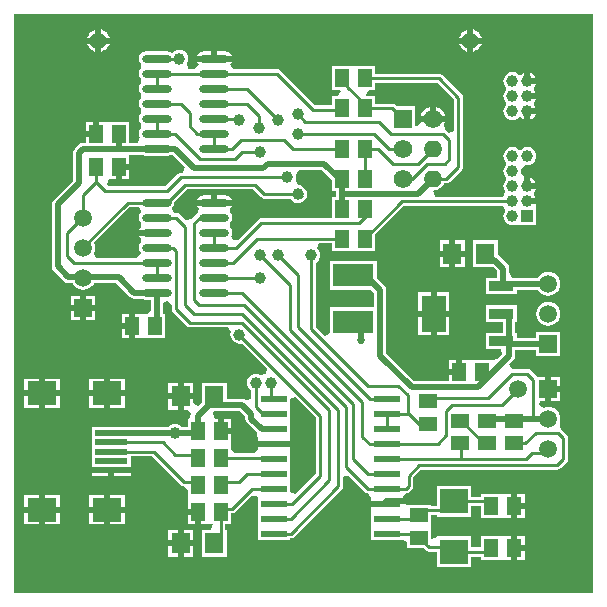
<source format=gtl>
G04 Layer_Physical_Order=1*
G04 Layer_Color=255*
%FSLAX23Y23*%
%MOIN*%
G70*
G01*
G75*
%ADD10R,0.059X0.051*%
%ADD11R,0.063X0.071*%
%ADD12R,0.051X0.059*%
%ADD13R,0.087X0.024*%
%ADD14R,0.087X0.024*%
%ADD15R,0.098X0.079*%
%ADD16R,0.110X0.020*%
%ADD17O,0.098X0.028*%
%ADD18R,0.134X0.075*%
%ADD19R,0.083X0.122*%
%ADD20R,0.083X0.033*%
%ADD21R,0.094X0.083*%
%ADD22C,0.010*%
%ADD23C,0.020*%
%ADD24C,0.035*%
%ADD25R,0.104X0.276*%
%ADD26C,0.031*%
%ADD27C,0.055*%
%ADD28R,0.059X0.059*%
%ADD29C,0.059*%
%ADD30C,0.062*%
%ADD31R,0.062X0.062*%
%ADD32O,0.062X0.055*%
%ADD33C,0.039*%
%ADD34R,0.039X0.039*%
%ADD35R,0.059X0.059*%
%ADD36C,0.027*%
G36*
X1948Y20D02*
X20D01*
Y1948D01*
X1948D01*
Y20D01*
D02*
G37*
%LPC*%
G36*
X240Y602D02*
Y587D01*
X256D01*
X254Y591D01*
X250Y596D01*
X244Y601D01*
X240Y602D01*
D02*
G37*
G36*
X220D02*
X216Y601D01*
X210Y596D01*
X206Y591D01*
X204Y587D01*
X220D01*
Y602D01*
D02*
G37*
G36*
X565Y665D02*
X533D01*
Y630D01*
X565D01*
Y665D01*
D02*
G37*
G36*
X171Y674D02*
X122D01*
Y635D01*
X171D01*
Y674D01*
D02*
G37*
G36*
X102D02*
X53D01*
Y635D01*
X102D01*
Y674D01*
D02*
G37*
G36*
X220Y429D02*
X216Y428D01*
X210Y423D01*
X206Y417D01*
X204Y413D01*
X220D01*
Y429D01*
D02*
G37*
G36*
X407Y417D02*
X352D01*
Y407D01*
X407D01*
Y417D01*
D02*
G37*
G36*
X240Y429D02*
Y413D01*
X256D01*
X254Y417D01*
X250Y423D01*
X244Y428D01*
X240Y429D01*
D02*
G37*
G36*
X256Y567D02*
X240D01*
Y551D01*
X244Y552D01*
X250Y557D01*
X254Y563D01*
X256Y567D01*
D02*
G37*
G36*
X220D02*
X204D01*
X206Y563D01*
X210Y557D01*
X216Y552D01*
X220Y551D01*
Y567D01*
D02*
G37*
G36*
X171Y733D02*
X122D01*
Y694D01*
X171D01*
Y733D01*
D02*
G37*
G36*
X102D02*
X53D01*
Y694D01*
X102D01*
Y733D01*
D02*
G37*
G36*
X318D02*
X269D01*
Y694D01*
X318D01*
Y733D01*
D02*
G37*
G36*
X1840Y740D02*
X1810D01*
Y710D01*
X1840D01*
Y740D01*
D02*
G37*
G36*
X388Y733D02*
X338D01*
Y694D01*
X388D01*
Y733D01*
D02*
G37*
G36*
Y674D02*
X338D01*
Y635D01*
X388D01*
Y674D01*
D02*
G37*
G36*
X318D02*
X269D01*
Y635D01*
X318D01*
Y674D01*
D02*
G37*
G36*
X1840Y690D02*
X1810D01*
Y660D01*
X1840D01*
Y690D01*
D02*
G37*
G36*
X616Y720D02*
X585D01*
Y685D01*
X616D01*
Y720D01*
D02*
G37*
G36*
X565D02*
X533D01*
Y685D01*
X565D01*
Y720D01*
D02*
G37*
G36*
X102Y286D02*
X53D01*
Y247D01*
X102D01*
Y286D01*
D02*
G37*
G36*
X616Y230D02*
X585D01*
Y195D01*
X616D01*
Y230D01*
D02*
G37*
G36*
X171Y286D02*
X122D01*
Y247D01*
X171D01*
Y286D01*
D02*
G37*
G36*
X388D02*
X338D01*
Y247D01*
X388D01*
Y286D01*
D02*
G37*
G36*
X318D02*
X269D01*
Y247D01*
X318D01*
Y286D01*
D02*
G37*
G36*
X565Y175D02*
X533D01*
Y140D01*
X565D01*
Y175D01*
D02*
G37*
G36*
X1721Y160D02*
X1695D01*
Y130D01*
X1721D01*
Y160D01*
D02*
G37*
G36*
X616Y175D02*
X585D01*
Y140D01*
X616D01*
Y175D01*
D02*
G37*
G36*
X565Y230D02*
X533D01*
Y195D01*
X565D01*
Y230D01*
D02*
G37*
G36*
X1695Y210D02*
Y180D01*
X1721D01*
Y210D01*
X1695D01*
D02*
G37*
G36*
Y350D02*
Y320D01*
X1721D01*
Y350D01*
X1695D01*
D02*
G37*
G36*
X388Y345D02*
X338D01*
Y306D01*
X388D01*
Y345D01*
D02*
G37*
G36*
X220Y393D02*
X204D01*
X206Y389D01*
X210Y384D01*
X216Y379D01*
X220Y378D01*
Y393D01*
D02*
G37*
G36*
X332Y417D02*
X277D01*
Y407D01*
X332D01*
Y417D01*
D02*
G37*
G36*
X256Y393D02*
X240D01*
Y378D01*
X244Y379D01*
X250Y384D01*
X254Y389D01*
X256Y393D01*
D02*
G37*
G36*
X1721Y300D02*
X1695D01*
Y270D01*
X1721D01*
Y300D01*
D02*
G37*
G36*
X623Y280D02*
X597D01*
Y250D01*
X623D01*
Y280D01*
D02*
G37*
G36*
X102Y345D02*
X53D01*
Y306D01*
X102D01*
Y345D01*
D02*
G37*
G36*
X318D02*
X269D01*
Y306D01*
X318D01*
Y345D01*
D02*
G37*
G36*
X171D02*
X122D01*
Y306D01*
X171D01*
Y345D01*
D02*
G37*
G36*
X1493Y795D02*
X1467D01*
Y765D01*
X1493D01*
Y795D01*
D02*
G37*
G36*
X310Y1897D02*
Y1870D01*
X337D01*
X333Y1879D01*
X327Y1887D01*
X319Y1893D01*
X310Y1897D01*
D02*
G37*
G36*
X1530D02*
X1521Y1893D01*
X1513Y1887D01*
X1507Y1879D01*
X1503Y1870D01*
X1530D01*
Y1897D01*
D02*
G37*
G36*
X290D02*
X281Y1893D01*
X273Y1887D01*
X267Y1879D01*
X263Y1870D01*
X290D01*
Y1897D01*
D02*
G37*
G36*
X1740Y1403D02*
Y1385D01*
X1758D01*
X1756Y1390D01*
X1751Y1396D01*
X1745Y1401D01*
X1740Y1403D01*
D02*
G37*
G36*
X1521Y1195D02*
X1490D01*
Y1160D01*
X1521D01*
Y1195D01*
D02*
G37*
G36*
X1470D02*
X1438D01*
Y1160D01*
X1470D01*
Y1195D01*
D02*
G37*
G36*
X570Y1830D02*
X562Y1829D01*
X555Y1826D01*
X549Y1821D01*
X546Y1817D01*
X538Y1822D01*
X529Y1824D01*
X458D01*
X449Y1822D01*
X441Y1817D01*
X436Y1809D01*
X434Y1800D01*
X436Y1791D01*
X441Y1783D01*
Y1767D01*
X436Y1759D01*
X434Y1750D01*
X436Y1741D01*
X441Y1733D01*
Y1717D01*
X436Y1709D01*
X434Y1700D01*
X436Y1691D01*
X441Y1683D01*
Y1667D01*
X436Y1659D01*
X434Y1650D01*
X436Y1641D01*
X441Y1633D01*
Y1617D01*
X436Y1609D01*
X434Y1600D01*
X436Y1591D01*
X441Y1583D01*
Y1567D01*
X436Y1559D01*
X434Y1550D01*
X436Y1541D01*
X437Y1538D01*
X431Y1521D01*
X430Y1520D01*
X403D01*
Y1590D01*
X332D01*
Y1590D01*
X328D01*
Y1590D01*
X303D01*
Y1550D01*
X293D01*
Y1540D01*
X257D01*
Y1520D01*
X250D01*
X242Y1519D01*
X236Y1514D01*
X221Y1499D01*
X216Y1493D01*
X215Y1485D01*
Y1393D01*
X151Y1329D01*
X146Y1323D01*
X145Y1315D01*
Y1107D01*
X146Y1100D01*
X151Y1093D01*
X186Y1058D01*
X192Y1053D01*
X200Y1052D01*
X215D01*
X215Y1050D01*
X222Y1042D01*
X230Y1035D01*
X240Y1031D01*
X250Y1030D01*
X260Y1031D01*
X270Y1035D01*
X278Y1042D01*
X285Y1050D01*
X285Y1052D01*
X359D01*
X406Y1006D01*
X412Y1001D01*
X420Y1000D01*
X446D01*
X449Y998D01*
X458Y996D01*
X475D01*
Y962D01*
X463Y950D01*
X452D01*
X434Y950D01*
X423D01*
Y910D01*
Y870D01*
X434D01*
X448Y870D01*
X466Y870D01*
X523D01*
Y950D01*
X516D01*
Y985D01*
X530Y991D01*
X545Y980D01*
Y965D01*
X546Y959D01*
X549Y954D01*
X594Y909D01*
X599Y906D01*
X605Y905D01*
X730D01*
X731Y904D01*
X741Y888D01*
X741Y887D01*
X740Y880D01*
X741Y872D01*
X744Y865D01*
X749Y859D01*
X755Y854D01*
X762Y851D01*
X770Y850D01*
X777Y851D01*
X863Y765D01*
X860Y749D01*
X855Y747D01*
X842Y744D01*
X840Y746D01*
X833Y749D01*
X825Y750D01*
X817Y749D01*
X810Y746D01*
X804Y741D01*
X799Y735D01*
X796Y728D01*
X795Y720D01*
X796Y712D01*
X799Y705D01*
X804Y699D01*
X810Y694D01*
Y666D01*
X792Y661D01*
X788Y664D01*
X780Y665D01*
X727D01*
Y720D01*
X644D01*
Y652D01*
X633Y643D01*
X616Y651D01*
Y665D01*
X585D01*
Y630D01*
X599D01*
X609Y615D01*
X602Y600D01*
X597D01*
Y573D01*
X577D01*
X576Y574D01*
X570Y579D01*
X563Y582D01*
X555Y583D01*
X547Y582D01*
X540Y579D01*
X534Y574D01*
X533Y573D01*
X342D01*
X339Y573D01*
X277D01*
Y533D01*
Y502D01*
Y470D01*
Y439D01*
Y437D01*
X407D01*
Y439D01*
Y475D01*
X479D01*
X574Y379D01*
X579Y376D01*
X585Y375D01*
X597Y363D01*
Y347D01*
X597Y330D01*
X597Y323D01*
Y300D01*
X633D01*
Y290D01*
X643D01*
Y250D01*
X654D01*
X668Y250D01*
X680D01*
X682Y248D01*
X675Y230D01*
X644D01*
Y140D01*
X727D01*
Y230D01*
X723D01*
Y250D01*
X743D01*
Y285D01*
X745D01*
X751Y286D01*
X756Y289D01*
X809Y342D01*
X829Y341D01*
X831Y338D01*
X831Y327D01*
Y295D01*
X831D01*
Y288D01*
X831D01*
Y245D01*
X831D01*
Y238D01*
X831D01*
Y195D01*
X938D01*
Y201D01*
X941D01*
X947Y202D01*
X952Y206D01*
X1111Y364D01*
X1114Y369D01*
X1115Y375D01*
Y405D01*
X1132Y412D01*
X1188Y356D01*
X1193Y352D01*
X1198Y351D01*
X1203Y345D01*
X1209Y337D01*
X1209Y327D01*
Y326D01*
X1262D01*
Y306D01*
X1209D01*
Y295D01*
X1209Y277D01*
X1209Y245D01*
X1209Y227D01*
Y195D01*
X1316D01*
X1330Y188D01*
Y167D01*
X1384D01*
X1391Y160D01*
X1396Y157D01*
X1402Y156D01*
X1428D01*
Y104D01*
X1542D01*
Y140D01*
X1575D01*
Y130D01*
X1632D01*
X1646Y130D01*
X1664Y130D01*
X1675D01*
Y170D01*
Y210D01*
X1664D01*
X1649Y210D01*
X1632Y210D01*
X1575D01*
Y171D01*
X1542D01*
Y207D01*
X1428D01*
Y206D01*
X1410Y198D01*
X1410Y199D01*
X1410Y238D01*
X1410Y256D01*
Y279D01*
X1428D01*
Y273D01*
X1542D01*
Y309D01*
X1575D01*
Y270D01*
X1632D01*
X1646Y270D01*
X1664Y270D01*
X1675D01*
Y310D01*
Y350D01*
X1664D01*
X1649Y350D01*
X1632Y350D01*
X1575D01*
Y340D01*
X1542D01*
Y376D01*
X1428D01*
Y309D01*
X1410D01*
Y313D01*
X1333D01*
X1330Y313D01*
X1316Y320D01*
X1316Y338D01*
X1320Y344D01*
X1327Y351D01*
X1332Y352D01*
X1337Y356D01*
X1346Y364D01*
X1349Y369D01*
X1350Y375D01*
Y404D01*
X1376Y430D01*
X1830D01*
X1836Y431D01*
X1841Y434D01*
X1861Y454D01*
X1864Y459D01*
X1865Y465D01*
Y535D01*
X1864Y541D01*
X1861Y546D01*
X1843Y563D01*
X1838Y574D01*
X1837Y585D01*
X1839Y590D01*
X1840Y600D01*
X1839Y610D01*
X1835Y620D01*
X1828Y628D01*
X1820Y635D01*
X1810Y639D01*
X1800Y640D01*
X1790Y639D01*
X1785Y636D01*
X1770Y646D01*
X1773Y660D01*
X1790D01*
Y700D01*
Y740D01*
X1762D01*
X1761Y741D01*
X1741Y761D01*
X1736Y764D01*
X1730Y765D01*
X1680D01*
X1679Y765D01*
X1670Y781D01*
X1684Y796D01*
X1689Y802D01*
X1690Y810D01*
Y830D01*
X1760D01*
Y810D01*
X1840D01*
Y890D01*
X1760D01*
Y870D01*
X1694D01*
Y886D01*
X1690D01*
Y923D01*
X1694D01*
Y977D01*
X1591D01*
Y923D01*
X1650D01*
Y886D01*
X1591D01*
Y833D01*
X1641D01*
X1646Y815D01*
X1629Y798D01*
X1613Y795D01*
Y795D01*
X1613Y795D01*
X1542D01*
Y795D01*
X1538D01*
Y795D01*
X1513D01*
Y755D01*
X1503D01*
Y745D01*
X1467D01*
Y725D01*
X1352D01*
X1260Y817D01*
Y1027D01*
X1259Y1035D01*
X1254Y1041D01*
X1227Y1069D01*
Y1124D01*
X1073D01*
Y1029D01*
X1209D01*
X1220Y1018D01*
Y971D01*
X1073D01*
Y891D01*
X1073Y884D01*
X1055Y876D01*
X1025Y906D01*
Y1119D01*
X1031Y1124D01*
X1036Y1130D01*
X1039Y1137D01*
X1040Y1145D01*
X1039Y1153D01*
X1036Y1160D01*
X1031Y1166D01*
X1030Y1167D01*
X1036Y1185D01*
X1077D01*
Y1160D01*
X1148D01*
Y1160D01*
X1152D01*
Y1160D01*
X1223D01*
Y1214D01*
X1319Y1310D01*
X1648D01*
X1651Y1305D01*
X1656Y1293D01*
X1654Y1290D01*
X1651Y1283D01*
X1650Y1275D01*
X1651Y1267D01*
X1654Y1260D01*
X1659Y1254D01*
X1665Y1249D01*
X1672Y1246D01*
X1680Y1245D01*
X1683Y1245D01*
X1700Y1245D01*
X1700Y1245D01*
X1700Y1245D01*
X1760D01*
Y1305D01*
X1760Y1305D01*
X1760Y1322D01*
X1760Y1325D01*
X1759Y1333D01*
X1756Y1340D01*
X1751Y1346D01*
Y1354D01*
X1756Y1360D01*
X1758Y1365D01*
X1730D01*
Y1375D01*
X1720D01*
Y1406D01*
X1709Y1417D01*
X1710Y1425D01*
X1709Y1433D01*
X1722Y1446D01*
X1730Y1445D01*
X1738Y1446D01*
X1745Y1449D01*
X1751Y1454D01*
X1756Y1460D01*
X1759Y1467D01*
X1760Y1475D01*
X1759Y1483D01*
X1756Y1490D01*
X1751Y1496D01*
X1745Y1501D01*
X1738Y1504D01*
X1730Y1505D01*
X1722Y1504D01*
X1715Y1501D01*
X1709Y1496D01*
X1701D01*
X1695Y1501D01*
X1688Y1504D01*
X1680Y1505D01*
X1672Y1504D01*
X1665Y1501D01*
X1659Y1496D01*
X1654Y1490D01*
X1651Y1483D01*
X1650Y1475D01*
X1651Y1467D01*
X1654Y1460D01*
X1659Y1454D01*
Y1446D01*
X1654Y1440D01*
X1651Y1433D01*
X1650Y1425D01*
X1651Y1417D01*
X1654Y1410D01*
X1659Y1404D01*
Y1396D01*
X1654Y1390D01*
X1651Y1383D01*
X1650Y1375D01*
X1651Y1367D01*
X1654Y1360D01*
X1656Y1357D01*
X1651Y1345D01*
X1648Y1340D01*
X1422D01*
X1421Y1341D01*
X1414Y1358D01*
X1417Y1362D01*
X1418D01*
X1428Y1363D01*
X1437Y1367D01*
X1445Y1373D01*
X1451Y1381D01*
X1453Y1385D01*
X1460D01*
X1466Y1386D01*
X1471Y1389D01*
X1511Y1429D01*
X1514Y1434D01*
X1515Y1440D01*
Y1670D01*
X1514Y1676D01*
X1511Y1681D01*
X1446Y1746D01*
X1441Y1749D01*
X1435Y1750D01*
X1223D01*
Y1775D01*
X1152D01*
X1152Y1775D01*
X1148D01*
Y1775D01*
X1134Y1775D01*
X1077D01*
Y1695D01*
X1105D01*
X1107Y1692D01*
X1098Y1675D01*
X1077D01*
Y1645D01*
X1021D01*
X906Y1761D01*
X901Y1764D01*
X895Y1765D01*
X750D01*
X739Y1781D01*
Y1783D01*
X744Y1790D01*
X629D01*
X634Y1783D01*
Y1781D01*
X623Y1765D01*
X602D01*
X599Y1769D01*
X594Y1783D01*
X596Y1785D01*
X599Y1792D01*
X600Y1800D01*
X599Y1808D01*
X596Y1815D01*
X591Y1821D01*
X585Y1826D01*
X578Y1829D01*
X570Y1830D01*
D02*
G37*
G36*
X290Y1850D02*
X263D01*
X267Y1841D01*
X273Y1833D01*
X281Y1827D01*
X290Y1823D01*
Y1850D01*
D02*
G37*
G36*
X1577D02*
X1550D01*
Y1823D01*
X1559Y1827D01*
X1567Y1833D01*
X1573Y1841D01*
X1577Y1850D01*
D02*
G37*
G36*
X1758Y1615D02*
X1740D01*
Y1597D01*
X1745Y1599D01*
X1751Y1604D01*
X1756Y1610D01*
X1758Y1615D01*
D02*
G37*
G36*
X1740Y1753D02*
Y1735D01*
X1758D01*
X1756Y1740D01*
X1751Y1746D01*
X1745Y1751D01*
X1740Y1753D01*
D02*
G37*
G36*
X1530Y1850D02*
X1503D01*
X1507Y1841D01*
X1513Y1833D01*
X1521Y1827D01*
X1530Y1823D01*
Y1850D01*
D02*
G37*
G36*
X676Y1824D02*
X651D01*
X642Y1822D01*
X634Y1817D01*
X629Y1810D01*
X676D01*
Y1824D01*
D02*
G37*
G36*
X722D02*
X696D01*
Y1810D01*
X744D01*
X739Y1817D01*
X731Y1822D01*
X722Y1824D01*
D02*
G37*
G36*
X1680Y1755D02*
X1672Y1754D01*
X1665Y1751D01*
X1659Y1746D01*
X1654Y1740D01*
X1651Y1733D01*
X1650Y1725D01*
X1651Y1717D01*
X1654Y1710D01*
X1659Y1704D01*
Y1696D01*
X1654Y1690D01*
X1651Y1683D01*
X1650Y1675D01*
X1651Y1667D01*
X1654Y1660D01*
X1659Y1654D01*
Y1646D01*
X1654Y1640D01*
X1651Y1633D01*
X1650Y1625D01*
X1651Y1617D01*
X1654Y1610D01*
X1659Y1604D01*
X1665Y1599D01*
X1672Y1596D01*
X1680Y1595D01*
X1688Y1596D01*
X1695Y1599D01*
X1701Y1604D01*
X1709D01*
X1715Y1599D01*
X1720Y1597D01*
Y1625D01*
X1730D01*
Y1635D01*
X1758D01*
X1756Y1640D01*
X1751Y1646D01*
Y1654D01*
X1756Y1660D01*
X1758Y1665D01*
X1730D01*
Y1685D01*
X1758D01*
X1756Y1690D01*
X1751Y1696D01*
Y1704D01*
X1756Y1710D01*
X1758Y1715D01*
X1730D01*
Y1725D01*
X1720D01*
Y1753D01*
X1715Y1751D01*
X1709Y1746D01*
X1701D01*
X1695Y1751D01*
X1688Y1754D01*
X1680Y1755D01*
D02*
G37*
G36*
X283Y1590D02*
X257D01*
Y1560D01*
X283D01*
Y1590D01*
D02*
G37*
G36*
X240Y960D02*
X210D01*
Y930D01*
X240D01*
Y960D01*
D02*
G37*
G36*
X403Y950D02*
X377D01*
Y920D01*
X403D01*
Y950D01*
D02*
G37*
G36*
X1408Y1021D02*
X1366D01*
Y960D01*
X1408D01*
Y1021D01*
D02*
G37*
G36*
X290Y960D02*
X260D01*
Y930D01*
X290D01*
Y960D01*
D02*
G37*
G36*
X1408Y940D02*
X1366D01*
Y879D01*
X1408D01*
Y940D01*
D02*
G37*
G36*
X403Y900D02*
X377D01*
Y870D01*
X403D01*
Y900D01*
D02*
G37*
G36*
X1800Y990D02*
X1790Y989D01*
X1780Y985D01*
X1772Y978D01*
X1765Y970D01*
X1761Y960D01*
X1760Y950D01*
X1761Y940D01*
X1765Y930D01*
X1772Y922D01*
X1780Y915D01*
X1790Y911D01*
X1800Y910D01*
X1810Y911D01*
X1820Y915D01*
X1828Y922D01*
X1835Y930D01*
X1839Y940D01*
X1840Y950D01*
X1839Y960D01*
X1835Y970D01*
X1828Y978D01*
X1820Y985D01*
X1810Y989D01*
X1800Y990D01*
D02*
G37*
G36*
X1469Y940D02*
X1428D01*
Y879D01*
X1469D01*
Y940D01*
D02*
G37*
G36*
X1521Y1140D02*
X1490D01*
Y1105D01*
X1521D01*
Y1140D01*
D02*
G37*
G36*
X1470D02*
X1438D01*
Y1105D01*
X1470D01*
Y1140D01*
D02*
G37*
G36*
X1550Y1897D02*
Y1870D01*
X1577D01*
X1573Y1879D01*
X1567Y1887D01*
X1559Y1893D01*
X1550Y1897D01*
D02*
G37*
G36*
X337Y1850D02*
X310D01*
Y1823D01*
X319Y1827D01*
X327Y1833D01*
X333Y1841D01*
X337Y1850D01*
D02*
G37*
G36*
X240Y1010D02*
X210D01*
Y980D01*
X240D01*
Y1010D01*
D02*
G37*
G36*
X1469Y1021D02*
X1428D01*
Y960D01*
X1469D01*
Y1021D01*
D02*
G37*
G36*
X1632Y1195D02*
X1549D01*
Y1105D01*
X1617D01*
X1630Y1092D01*
Y1067D01*
X1591D01*
Y1014D01*
X1694D01*
Y1030D01*
X1766D01*
X1772Y1022D01*
X1780Y1015D01*
X1790Y1011D01*
X1800Y1010D01*
X1810Y1011D01*
X1820Y1015D01*
X1828Y1022D01*
X1835Y1030D01*
X1839Y1040D01*
X1840Y1050D01*
X1839Y1060D01*
X1835Y1070D01*
X1828Y1078D01*
X1820Y1085D01*
X1810Y1089D01*
X1800Y1090D01*
X1790Y1089D01*
X1780Y1085D01*
X1772Y1078D01*
X1766Y1070D01*
X1679D01*
X1679Y1070D01*
X1670Y1087D01*
Y1100D01*
X1669Y1108D01*
X1664Y1114D01*
X1634Y1144D01*
X1632Y1146D01*
Y1195D01*
D02*
G37*
G36*
X290Y1010D02*
X260D01*
Y980D01*
X290D01*
Y1010D01*
D02*
G37*
%LPD*%
G36*
X1025Y604D02*
Y416D01*
X955Y347D01*
X938Y355D01*
X938Y388D01*
X938Y406D01*
X938Y438D01*
X938Y456D01*
X938Y488D01*
X938Y506D01*
Y506D01*
X831D01*
Y495D01*
X817Y485D01*
X756D01*
X743Y498D01*
X743Y520D01*
X743Y527D01*
Y550D01*
X707D01*
Y560D01*
X697D01*
Y600D01*
X690Y600D01*
X681Y617D01*
X686Y625D01*
X772D01*
X790Y607D01*
Y600D01*
X791Y592D01*
X796Y586D01*
X827Y554D01*
X830Y541D01*
X831Y535D01*
X831Y527D01*
Y526D01*
X938D01*
Y538D01*
X938Y556D01*
Y577D01*
X938Y588D01*
X938D01*
Y595D01*
X938Y595D01*
Y627D01*
X938Y638D01*
X938D01*
X938Y645D01*
X938Y645D01*
Y666D01*
X955Y673D01*
X1025Y604D01*
D02*
G37*
G36*
X441Y1291D02*
Y1287D01*
X436Y1279D01*
X434Y1270D01*
X436Y1261D01*
X441Y1253D01*
Y1237D01*
X436Y1230D01*
X494D01*
Y1210D01*
X436D01*
X441Y1203D01*
Y1187D01*
X436Y1179D01*
X434Y1170D01*
X436Y1161D01*
X441Y1153D01*
Y1151D01*
X430Y1135D01*
X296D01*
X290Y1143D01*
X286Y1153D01*
X289Y1160D01*
X290Y1170D01*
X289Y1180D01*
X286Y1187D01*
X404Y1305D01*
X435D01*
X441Y1291D01*
D02*
G37*
G36*
X1077Y1396D02*
Y1360D01*
X1092D01*
Y1340D01*
X1077D01*
Y1268D01*
X842D01*
X837Y1267D01*
X832Y1263D01*
X764Y1196D01*
X750Y1196D01*
X743Y1209D01*
X744Y1211D01*
X746Y1220D01*
X744Y1229D01*
X739Y1237D01*
Y1253D01*
X744Y1261D01*
X746Y1270D01*
X744Y1279D01*
X739Y1287D01*
Y1303D01*
X744Y1310D01*
X629D01*
X634Y1303D01*
X632Y1287D01*
X631Y1284D01*
X626Y1281D01*
X609Y1264D01*
X592Y1262D01*
X589Y1263D01*
X571Y1281D01*
X566Y1284D01*
X560Y1285D01*
X552D01*
X546Y1299D01*
Y1303D01*
X551Y1311D01*
X553Y1320D01*
X553Y1321D01*
X596Y1365D01*
X815D01*
X842Y1337D01*
X847Y1334D01*
X853Y1333D01*
X939D01*
X944Y1327D01*
X950Y1322D01*
X957Y1319D01*
X965Y1318D01*
X973Y1319D01*
X980Y1322D01*
X986Y1327D01*
X991Y1333D01*
X994Y1340D01*
X995Y1348D01*
X994Y1356D01*
X991Y1363D01*
X986Y1369D01*
X980Y1374D01*
X973Y1377D01*
X969Y1377D01*
X964Y1382D01*
X962Y1385D01*
X958Y1395D01*
X959Y1397D01*
X960Y1405D01*
X959Y1412D01*
X959Y1413D01*
X969Y1429D01*
X970Y1430D01*
X1044D01*
X1077Y1396D01*
D02*
G37*
G36*
X1485Y1664D02*
Y1560D01*
X1467Y1553D01*
X1461Y1559D01*
X1459Y1560D01*
X1454Y1570D01*
X1451Y1578D01*
X1451Y1579D01*
X1451Y1580D01*
X1455Y1589D01*
X1455Y1590D01*
X1375D01*
X1375Y1589D01*
X1375Y1589D01*
X1363Y1574D01*
X1356Y1576D01*
Y1641D01*
X1296D01*
X1291Y1646D01*
X1286Y1649D01*
X1280Y1650D01*
X1223D01*
Y1675D01*
X1195D01*
X1193Y1678D01*
X1202Y1695D01*
X1223D01*
Y1720D01*
X1429D01*
X1485Y1664D01*
D02*
G37*
G36*
X588Y1438D02*
X581Y1420D01*
X575D01*
X569Y1419D01*
X564Y1416D01*
X522Y1374D01*
X333D01*
X327Y1383D01*
X335Y1400D01*
X346D01*
X357D01*
Y1440D01*
X367D01*
Y1450D01*
X403D01*
Y1462D01*
X403Y1480D01*
X421Y1480D01*
X446D01*
X449Y1478D01*
X458Y1476D01*
X529D01*
X538Y1478D01*
X541Y1480D01*
X547D01*
X588Y1438D01*
D02*
G37*
%LPC*%
G36*
X722Y1344D02*
X696D01*
Y1330D01*
X744D01*
X739Y1337D01*
X731Y1342D01*
X722Y1344D01*
D02*
G37*
G36*
X676D02*
X651D01*
X642Y1342D01*
X634Y1337D01*
X629Y1330D01*
X676D01*
Y1344D01*
D02*
G37*
G36*
X717Y600D02*
Y570D01*
X743D01*
Y600D01*
X717D01*
D02*
G37*
G36*
X1425Y1640D02*
Y1610D01*
X1455D01*
X1455Y1611D01*
X1451Y1621D01*
X1444Y1629D01*
X1436Y1636D01*
X1426Y1640D01*
X1425Y1640D01*
D02*
G37*
G36*
X1405D02*
X1404Y1640D01*
X1394Y1636D01*
X1386Y1629D01*
X1379Y1621D01*
X1375Y1611D01*
X1375Y1610D01*
X1405D01*
Y1640D01*
D02*
G37*
G36*
X403Y1430D02*
X377D01*
Y1400D01*
X403D01*
Y1430D01*
D02*
G37*
%LPD*%
D10*
X1505Y592D02*
D03*
Y518D02*
D03*
X1595Y592D02*
D03*
Y518D02*
D03*
X1370Y203D02*
D03*
Y277D02*
D03*
X1400Y657D02*
D03*
Y583D02*
D03*
X1685Y592D02*
D03*
Y518D02*
D03*
D11*
X1480Y1150D02*
D03*
X1590D02*
D03*
X685Y675D02*
D03*
X575D02*
D03*
Y185D02*
D03*
X685D02*
D03*
D12*
X1577Y755D02*
D03*
X1503D02*
D03*
X633Y290D02*
D03*
X707D02*
D03*
Y560D02*
D03*
X633D02*
D03*
X293Y1550D02*
D03*
X367D02*
D03*
X487Y910D02*
D03*
X413D02*
D03*
X1610Y170D02*
D03*
X1685D02*
D03*
Y310D02*
D03*
X1610D02*
D03*
X367Y1440D02*
D03*
X293D02*
D03*
X1113Y1200D02*
D03*
X1187D02*
D03*
X707Y380D02*
D03*
X633D02*
D03*
Y470D02*
D03*
X707D02*
D03*
X1113Y1500D02*
D03*
X1187D02*
D03*
Y1635D02*
D03*
X1113D02*
D03*
Y1400D02*
D03*
X1187D02*
D03*
Y1735D02*
D03*
X1113D02*
D03*
Y1300D02*
D03*
X1187D02*
D03*
D13*
X1262Y216D02*
D03*
Y266D02*
D03*
Y316D02*
D03*
Y366D02*
D03*
Y416D02*
D03*
Y466D02*
D03*
Y516D02*
D03*
Y566D02*
D03*
Y616D02*
D03*
Y666D02*
D03*
X884D02*
D03*
D14*
Y216D02*
D03*
Y266D02*
D03*
Y316D02*
D03*
Y366D02*
D03*
Y416D02*
D03*
Y466D02*
D03*
Y516D02*
D03*
Y566D02*
D03*
Y616D02*
D03*
D15*
X328Y296D02*
D03*
X112D02*
D03*
Y684D02*
D03*
X328D02*
D03*
D16*
X342Y553D02*
D03*
Y459D02*
D03*
Y427D02*
D03*
Y521D02*
D03*
Y490D02*
D03*
D17*
X494Y1800D02*
D03*
Y1750D02*
D03*
Y1700D02*
D03*
Y1650D02*
D03*
Y1600D02*
D03*
Y1550D02*
D03*
Y1500D02*
D03*
X686Y1800D02*
D03*
Y1750D02*
D03*
Y1700D02*
D03*
Y1650D02*
D03*
Y1600D02*
D03*
Y1550D02*
D03*
Y1500D02*
D03*
X494Y1320D02*
D03*
Y1270D02*
D03*
Y1220D02*
D03*
Y1170D02*
D03*
Y1120D02*
D03*
Y1070D02*
D03*
Y1020D02*
D03*
X686Y1320D02*
D03*
Y1270D02*
D03*
Y1220D02*
D03*
Y1170D02*
D03*
Y1120D02*
D03*
Y1070D02*
D03*
Y1020D02*
D03*
D18*
X1150Y923D02*
D03*
Y1077D02*
D03*
D19*
X1418Y950D02*
D03*
D20*
X1642Y1041D02*
D03*
Y950D02*
D03*
Y859D02*
D03*
D21*
X1485Y325D02*
D03*
Y155D02*
D03*
D22*
X1187Y1635D02*
Y1648D01*
X1129Y1706D02*
X1187Y1648D01*
X1129Y1706D02*
Y1719D01*
X1850Y465D02*
Y535D01*
X1204Y516D02*
X1262D01*
X1180Y540D02*
X1204Y516D01*
X1180Y540D02*
Y655D01*
X1199Y416D02*
X1262D01*
X1150Y465D02*
X1199Y416D01*
X1150Y465D02*
Y650D01*
X1199Y366D02*
X1262D01*
X1125Y440D02*
X1199Y366D01*
X1125Y440D02*
Y640D01*
X1070Y395D02*
Y630D01*
X941Y266D02*
X1070Y395D01*
X884Y266D02*
X941D01*
X1100Y375D02*
Y630D01*
X941Y216D02*
X1100Y375D01*
X884Y216D02*
X941D01*
X496Y1800D02*
X570D01*
X250Y1345D02*
X293Y1387D01*
X250Y1272D02*
Y1345D01*
X755Y1465D02*
X780Y1490D01*
X640Y1465D02*
X755D01*
X555Y1550D02*
X640Y1465D01*
X496Y1550D02*
X555D01*
X853Y1348D02*
X965D01*
X821Y1380D02*
X853Y1348D01*
X590Y1380D02*
X821D01*
X990Y1590D02*
X1234D01*
X965Y1615D02*
X990Y1590D01*
X965Y1550D02*
X1220D01*
X1270Y1500D01*
X1234Y1590D02*
X1276Y1548D01*
X1450D01*
X1470Y1528D01*
Y1465D02*
Y1528D01*
X1455Y1450D02*
X1470Y1465D01*
X1395Y1450D02*
X1455D01*
X1345Y1400D02*
X1395Y1450D01*
X1315Y1400D02*
X1345D01*
X1435Y1735D02*
X1500Y1670D01*
Y1440D02*
Y1670D01*
X1460Y1400D02*
X1500Y1440D01*
X1113Y1735D02*
X1129Y1719D01*
X1187Y1735D02*
X1435D01*
X1120Y1653D02*
X1125Y1648D01*
X1095Y1653D02*
X1120D01*
X1095Y1630D02*
Y1653D01*
X1015Y1630D02*
X1095D01*
X575Y1405D02*
X930D01*
X529Y1359D02*
X575Y1405D01*
X965Y1341D02*
X977D01*
X835Y1570D02*
Y1610D01*
X795Y1650D02*
X835Y1610D01*
X684Y1650D02*
X795D01*
Y1700D02*
X900Y1595D01*
X684Y1700D02*
X795D01*
X920Y1530D02*
X950Y1500D01*
X775Y1530D02*
X920D01*
X745Y1500D02*
X775Y1530D01*
X900Y1145D02*
X965Y1080D01*
X840Y1145D02*
X940Y1045D01*
X830Y1200D02*
X1113D01*
X750Y1120D02*
X830Y1200D01*
X842Y1252D02*
X1167D01*
X760Y1170D02*
X842Y1252D01*
X684Y1070D02*
X840D01*
X684Y1120D02*
X750D01*
X780Y1490D02*
X840D01*
X321Y1359D02*
X529D01*
X293Y1387D02*
X321Y1359D01*
X293Y1387D02*
Y1440D01*
X1280Y1635D02*
X1315Y1600D01*
X1187Y1635D02*
X1280D01*
X1270Y1500D02*
X1315D01*
X684Y1750D02*
X895D01*
X1015Y1630D01*
X530Y1320D02*
X590Y1380D01*
X496Y1320D02*
X530D01*
X1415Y1400D02*
X1460D01*
X796Y416D02*
X884D01*
X770Y390D02*
X796Y416D01*
X875Y366D02*
X884D01*
X826D02*
X875D01*
X811D02*
X875D01*
X707Y300D02*
X745D01*
X811Y366D01*
X710Y390D02*
X770D01*
X1262Y366D02*
X1326D01*
X1493Y155D02*
X1591D01*
X1493Y325D02*
X1591D01*
X1402Y171D02*
X1490D01*
X1370Y203D02*
X1402Y171D01*
X1262Y266D02*
X1366D01*
X1383Y294D02*
X1485D01*
X1584Y518D02*
X1595D01*
X1505Y596D02*
X1516D01*
X1750Y600D02*
Y730D01*
X1730Y750D02*
X1750Y730D01*
X1745Y485D02*
X1795D01*
X950Y1500D02*
X1113D01*
X684D02*
X745D01*
X684Y1600D02*
X765D01*
X1262Y566D02*
Y616D01*
X884Y316D02*
X946D01*
X1040Y410D01*
X590Y980D02*
X620Y950D01*
X590Y980D02*
Y1240D01*
X560Y1270D02*
X590Y1240D01*
X496Y1270D02*
X560D01*
X620Y995D02*
X635Y980D01*
X620Y995D02*
Y1253D01*
X637Y1270D01*
X684D01*
X560Y965D02*
X605Y920D01*
X560Y965D02*
Y1160D01*
X550Y1170D02*
X560Y1160D01*
X496Y1170D02*
X550D01*
X1262Y616D02*
X1331D01*
X496Y1700D02*
Y1750D01*
X684D01*
X637Y1320D02*
X684D01*
X358Y490D02*
X485D01*
X585Y390D01*
X633D01*
X1187Y1400D02*
Y1500D01*
X496Y1070D02*
Y1120D01*
Y1550D02*
Y1600D01*
X1262Y216D02*
X1341D01*
X1312Y1325D02*
X1680D01*
X630Y1550D02*
X684D01*
X605Y1575D02*
X630Y1550D01*
X605Y1575D02*
Y1620D01*
X575Y1650D02*
X605Y1620D01*
X496Y1650D02*
X575D01*
X765Y1600D02*
X770Y1595D01*
X684Y1500D02*
Y1550D01*
Y1170D02*
Y1220D01*
X1187Y1500D02*
X1231D01*
X1281Y1450D01*
X1365D01*
X1415Y1500D01*
X707Y192D02*
Y300D01*
Y470D02*
X865D01*
X358Y521D02*
X514D01*
X555Y480D01*
X633D01*
X398Y1320D02*
X496D01*
X250Y1172D02*
X398Y1320D01*
X218Y1120D02*
X496D01*
X195Y1143D02*
X218Y1120D01*
X195Y1143D02*
Y1217D01*
X250Y1270D02*
Y1272D01*
X195Y1217D02*
X250Y1272D01*
X684Y1170D02*
X760D01*
X1167Y1252D02*
X1201Y1286D01*
X1262Y516D02*
X1431D01*
X1460Y545D01*
X1326Y366D02*
X1335Y375D01*
Y410D01*
X1370Y445D01*
X1300Y710D02*
X1331Y679D01*
Y619D02*
Y679D01*
Y619D02*
X1367Y583D01*
X1400D01*
X1505Y596D02*
X1584Y518D01*
X1830Y445D02*
X1850Y465D01*
X1370Y445D02*
X1830D01*
X1726Y466D02*
X1745Y485D01*
X1510Y466D02*
X1726D01*
X1685Y518D02*
X1723D01*
X1758Y553D01*
X1832D01*
X1850Y535D01*
X1460Y545D02*
Y625D01*
X1480Y645D01*
X1262Y466D02*
X1510D01*
Y529D01*
X1480Y645D02*
X1645D01*
X1700Y700D01*
X1680Y750D02*
X1730D01*
X1415Y677D02*
X1422Y670D01*
X1600D01*
X1680Y750D01*
X1187Y1200D02*
X1312Y1325D01*
X875Y670D02*
Y720D01*
X889Y671D02*
X895Y665D01*
X770Y880D02*
X1040Y610D01*
Y410D02*
Y610D01*
X849Y616D02*
X884D01*
X825Y640D02*
Y720D01*
Y640D02*
X849Y616D01*
X605Y920D02*
X780D01*
X1070Y630D01*
X620Y950D02*
X780D01*
X1100Y630D01*
X635Y980D02*
X785D01*
X1125Y640D01*
X684Y1020D02*
X780D01*
X1150Y650D01*
X940Y895D02*
Y1045D01*
Y895D02*
X1180Y655D01*
X965Y905D02*
Y1080D01*
Y905D02*
X1204Y666D01*
X1262D01*
X1010Y900D02*
Y1145D01*
Y900D02*
X1200Y710D01*
X1300D01*
D23*
X235Y1485D02*
X250Y1500D01*
X235Y1385D02*
Y1485D01*
X165Y1315D02*
X235Y1385D01*
X165Y1107D02*
Y1315D01*
X1052Y1450D02*
X1107Y1395D01*
X865Y1450D02*
X1052D01*
X850Y1435D02*
X865Y1450D01*
X620Y1435D02*
X850D01*
X555Y1500D02*
X620Y1435D01*
X496Y1500D02*
X555D01*
X250D02*
X496D01*
X1257Y326D02*
X1404D01*
X1750Y600D02*
X1800D01*
X1730Y1725D02*
Y1789D01*
Y1375D02*
X1794D01*
X1730Y1325D02*
X1794D01*
X1730Y1625D02*
X1794D01*
X1730Y1675D02*
X1794D01*
X1730Y1725D02*
X1794D01*
X243Y427D02*
X446D01*
X496Y937D02*
Y1020D01*
X1107Y1400D02*
X1112D01*
X1113Y1395D02*
Y1400D01*
X1112Y1400D02*
X1113Y1400D01*
X1650Y1041D02*
Y1100D01*
X1620Y1130D02*
X1650Y1100D01*
X1650Y1041D02*
X1670D01*
X1670Y850D02*
X1800D01*
X1670Y1041D02*
X1679Y1050D01*
X1800D01*
X265Y595D02*
X300D01*
X775Y515D02*
X889D01*
X884Y516D02*
X980D01*
X342Y553D02*
X626D01*
X633Y560D01*
X420Y1020D02*
X496D01*
X368Y1072D02*
X420Y1020D01*
X165Y1107D02*
X200Y1072D01*
X367Y1502D02*
Y1550D01*
X200Y1072D02*
X368D01*
X1113Y1350D02*
X1365D01*
X1415Y1400D01*
X1113Y1300D02*
Y1400D01*
X1112Y1400D02*
X1113D01*
X1175Y862D02*
Y938D01*
X1607Y600D02*
X1750D01*
X1344Y705D02*
X1565D01*
X1670Y810D01*
Y950D01*
X633Y560D02*
Y608D01*
X670Y645D01*
X810Y600D02*
X844Y566D01*
X670Y645D02*
X780D01*
X810Y615D01*
Y600D02*
Y615D01*
X1240Y809D02*
X1344Y705D01*
X1240Y809D02*
Y1027D01*
X1175Y1092D02*
X1240Y1027D01*
D24*
X260Y375D02*
X310D01*
D25*
X222Y490D02*
D03*
D26*
X230Y577D02*
D03*
Y403D02*
D03*
D27*
X300Y1860D02*
D03*
X1540D02*
D03*
D28*
X1800Y700D02*
D03*
X1800Y850D02*
D03*
X250Y970D02*
D03*
D29*
X1800Y600D02*
D03*
Y500D02*
D03*
X1800Y950D02*
D03*
Y1050D02*
D03*
X250Y1270D02*
D03*
Y1170D02*
D03*
Y1070D02*
D03*
X1700Y700D02*
D03*
D30*
X1315Y1400D02*
D03*
Y1500D02*
D03*
X1415Y1600D02*
D03*
D31*
X1315D02*
D03*
D32*
X1415Y1400D02*
D03*
Y1500D02*
D03*
D33*
X1680Y1725D02*
D03*
X1730D02*
D03*
X1680Y1675D02*
D03*
X1730D02*
D03*
X1680Y1625D02*
D03*
X1730D02*
D03*
X1680Y1475D02*
D03*
X1730D02*
D03*
X1680Y1425D02*
D03*
Y1375D02*
D03*
X1730D02*
D03*
X1680Y1325D02*
D03*
X1730D02*
D03*
X1680Y1275D02*
D03*
X980Y600D02*
D03*
X785Y510D02*
D03*
X570Y1800D02*
D03*
X1510Y950D02*
D03*
X1320D02*
D03*
X361Y1780D02*
D03*
X775Y1800D02*
D03*
X457Y385D02*
D03*
X1140Y295D02*
D03*
X685Y825D02*
D03*
X350Y1640D02*
D03*
X1055Y1350D02*
D03*
X930Y1405D02*
D03*
X965Y1615D02*
D03*
Y1550D02*
D03*
X835Y1570D02*
D03*
X965Y1348D02*
D03*
X900Y1595D02*
D03*
Y1145D02*
D03*
X840Y1070D02*
D03*
X330Y945D02*
D03*
X600Y1315D02*
D03*
X1510Y870D02*
D03*
Y1030D02*
D03*
X1320Y870D02*
D03*
Y1030D02*
D03*
X825Y720D02*
D03*
X1070Y1830D02*
D03*
X441Y1440D02*
D03*
X420Y1220D02*
D03*
X1823Y240D02*
D03*
X840Y1490D02*
D03*
X770Y1595D02*
D03*
X555Y553D02*
D03*
X1010Y1145D02*
D03*
X840D02*
D03*
X950Y1290D02*
D03*
X1345Y1265D02*
D03*
X1600Y1590D02*
D03*
X1588Y240D02*
D03*
X795Y275D02*
D03*
X770Y880D02*
D03*
X980Y495D02*
D03*
X875Y720D02*
D03*
X767Y595D02*
D03*
D34*
X1730Y1275D02*
D03*
D35*
X1800Y700D02*
D03*
D36*
X1175Y862D02*
D03*
M02*

</source>
